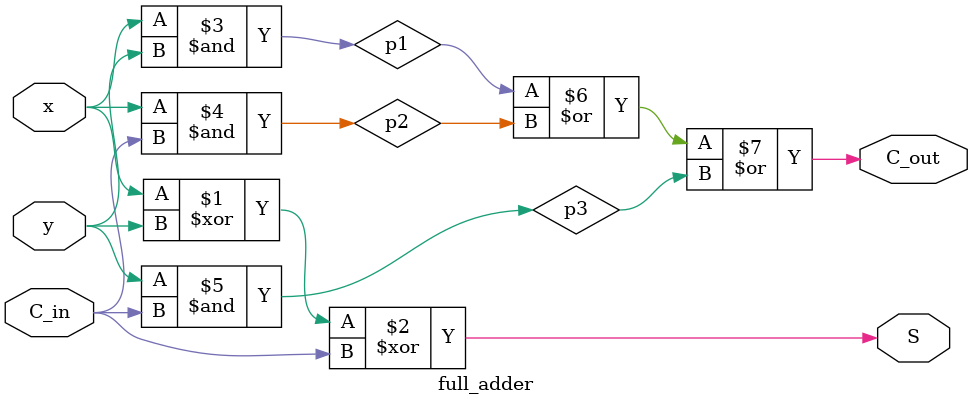
<source format=v>

module full_adder(
    // OUTPUTS
    output S
    ,output C_out

    // INPUTS
    ,input x
    ,input y
    ,input C_in
    );
    wire p1, p2, p3;

    xor (S, x, y, C_in);
    and
        G0 (p1, x, y),
        G1 (p2, x, C_in),
        G2 (p3, y, C_in);
    or (C_out, p1, p2, p3);
endmodule

</source>
